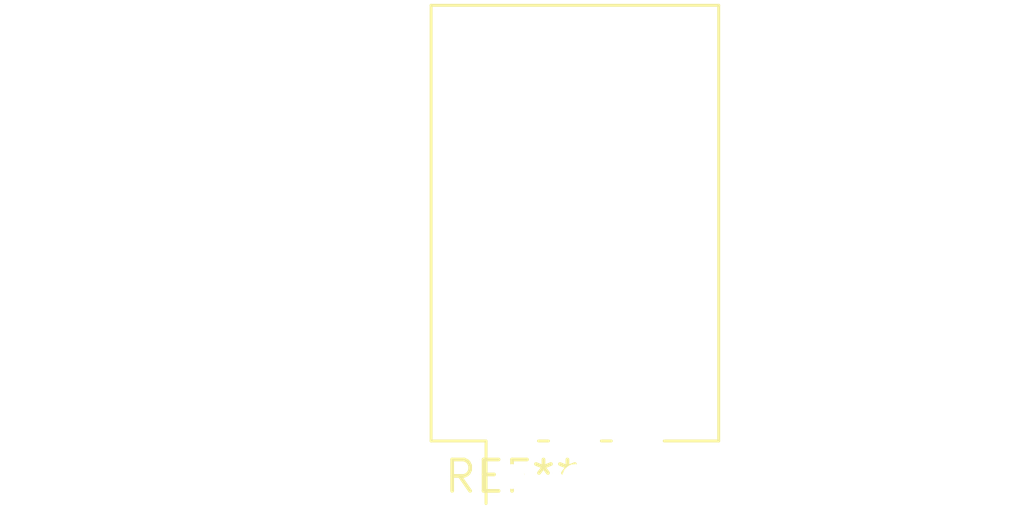
<source format=kicad_pcb>
(kicad_pcb (version 20240108) (generator pcbnew)
  (layers (0 "F.Cu" signal) (31 "B.Cu" signal) (34 "B.Paste" user) (35 "F.Paste" user) (36 "B.SilkS" user "B.Silkscreen") (37 "F.SilkS" user "F.Silkscreen") (38 "B.Mask" user) (39 "F.Mask" user) (44 "Edge.Cuts" user))
  (net 0 "")
  (footprint "Converter_DCDC_RECOM_R-78HB-0.5L_THT" (layer "F.Cu") (at 0 0)
    (property "Reference" "REF**")
    (property "Value" "Converter_DCDC_RECOM_R-78HB-0.5L_THT")
    (fp_line (start -3.27 -19.06) (end -3.27 -1.44) (layer "F.SilkS") (stroke (width 0.12)))
    (fp_line (start -3.27 -19.06) (end 8.35 -19.06) (layer "F.SilkS") (stroke (width 0.12)))
    (fp_line (start -3.27 -1.44) (end -1.07 -1.44) (layer "F.SilkS") (stroke (width 0.12)))
    (fp_line (start -1.05 -1.44) (end -1.05 1.091) (layer "F.SilkS") (stroke (width 0.12)))
    (fp_line (start 1.07 -1.44) (end 1.471 -1.44) (layer "F.SilkS") (stroke (width 0.12)))
    (fp_line (start 3.61 -1.44) (end 4.01 -1.44) (layer "F.SilkS") (stroke (width 0.12)))
    (fp_line (start 6.15 -1.44) (end 8.35 -1.44) (layer "F.SilkS") (stroke (width 0.12)))
    (fp_line (start 8.35 -19.06) (end 8.35 -1.44) (layer "F.SilkS") (stroke (width 0.12)))
    (pad "1" thru_hole rect (at 0 0) (size 1.5 2.3) (drill 1) (layers *.Cu *.Mask) (remove_unused_layers))
    (pad "2" thru_hole oval (at 2.54 0) (size 1.5 2.3) (drill 1) (layers *.Cu *.Mask) (remove_unused_layers))
    (pad "3" thru_hole oval (at 5.08 0) (size 1.5 2.3) (drill 1) (layers *.Cu *.Mask) (remove_unused_layers))
  )
)
</source>
